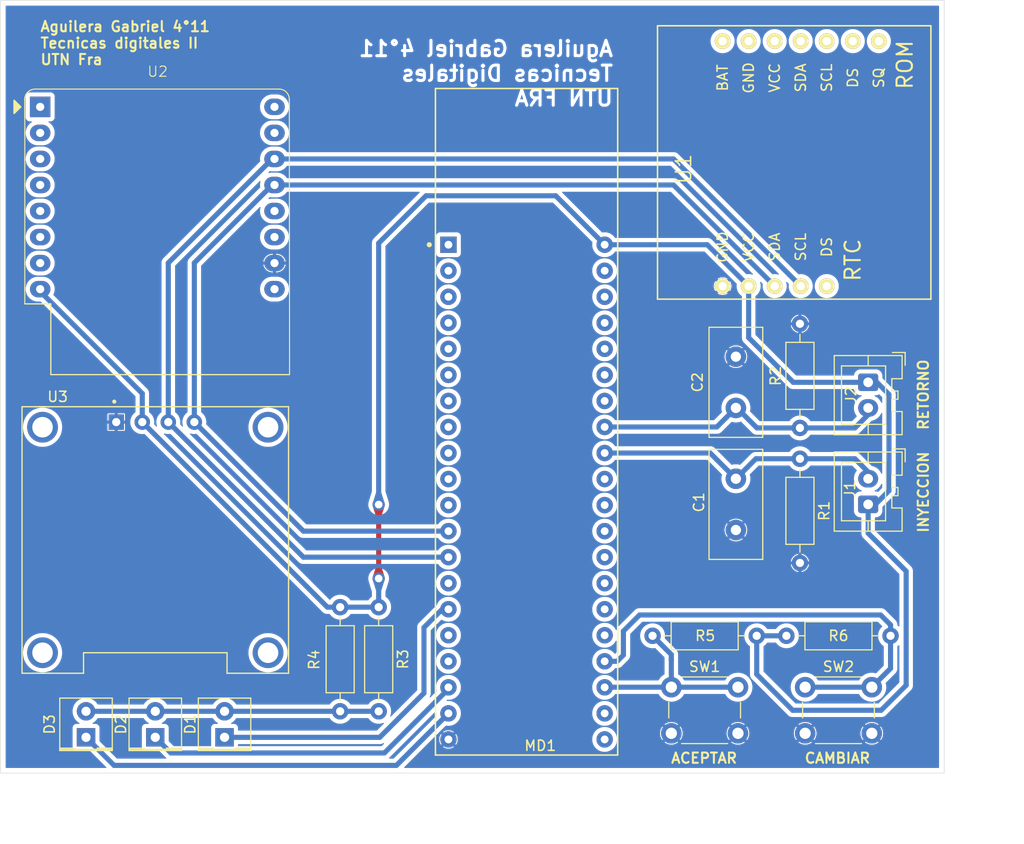
<source format=kicad_pcb>
(kicad_pcb (version 20240108) (generator "pcbnew") (generator_version "8.0")
  (title_block (title "Termohigrometro") (date "2024-12-30") (company "Tecnicas Digitales II - UTN - Fra") (comment 1 "Aguilera Gabriel"))
  (layers (0 "F.Cu" signal) (31 "B.Cu" signal) (34 "B.Paste" user) (35 "F.Paste" user) (36 "B.SilkS" user "B.Silkscreen") (37 "F.SilkS" user "F.Silkscreen") (38 "B.Mask" user) (39 "F.Mask" user) (44 "Edge.Cuts" user))
  (net 0 "")
  (net 1 "PIO0_07{slash}ADC{slash}POT")
  (net 2 "Earth")
  (net 3 "VDD")
  (net 4 "PIO0_06")
  (net 5 "Net-(D1-A)")
  (net 10 "PIO0_27")
  (net 15 "PIO0_26")
  (net 23 "PIO0_10")
  (net 30 "PIO0_11")
  (net 43 "PIO0_29")
  (net 45 "PIO0_08")
  (net 46 "PIO0_09")
  (footprint "Resistor_THT:R_Axial_DIN0207_L6.3mm_D2.5mm_P10.16mm_Horizontal" (layer "F.Cu") (at 186.5884 105.666 -90)
    (property "Reference" "R1" (at 5.08 -2.37 90) (layer "F.SilkS"))
    (property "Value" "10K")
    (fp_line (start 1.81 1.37) (end 8.35 1.37) (stroke (width 0.12)) (layer "F.SilkS"))
    (fp_line (start 8.35 1.37) (end 8.35 -1.37) (stroke (width 0.12)) (layer "F.SilkS"))
    (fp_line (start 1.04 0) (end 1.81 0) (stroke (width 0.12)) (layer "F.SilkS"))
    (fp_line (start 9.12 0) (end 8.35 0) (stroke (width 0.12)) (layer "F.SilkS"))
    (fp_line (start 1.81 -1.37) (end 1.81 1.37) (stroke (width 0.12)) (layer "F.SilkS"))
    (fp_line (start 8.35 -1.37) (end 1.81 -1.37) (stroke (width 0.12)) (layer "F.SilkS"))
    (pad "1" thru_hole circle (at 0 0 270) (size 1.6 1.6) (drill 0.8) (layers "*.Cu" "*.Mask") (net 1 "PIO0_07{slash}ADC{slash}POT"))
    (pad "2" thru_hole oval (at 10.16 0 270) (size 1.6 1.6) (drill 0.8) (layers "*.Cu" "*.Mask") (net 2 "Earth"))
  )
  (footprint "Resistor_THT:R_Axial_DIN0207_L6.3mm_D2.5mm_P10.16mm_Horizontal" (layer "F.Cu") (at 186.5884 102.6572 90)
    (property "Reference" "R2" (at 5.08 -2.37 90) (layer "F.SilkS"))
    (property "Value" "10K")
    (fp_line (start 8.35 -1.37) (end 1.81 -1.37) (stroke (width 0.12)) (layer "F.SilkS"))
    (fp_line (start 1.81 -1.37) (end 1.81 1.37) (stroke (width 0.12)) (layer "F.SilkS"))
    (fp_line (start 9.12 0) (end 8.35 0) (stroke (width 0.12)) (layer "F.SilkS"))
    (fp_line (start 1.04 0) (end 1.81 0) (stroke (width 0.12)) (layer "F.SilkS"))
    (fp_line (start 8.35 1.37) (end 8.35 -1.37) (stroke (width 0.12)) (layer "F.SilkS"))
    (fp_line (start 1.81 1.37) (end 8.35 1.37) (stroke (width 0.12)) (layer "F.SilkS"))
    (pad "1" thru_hole circle (at 0 0 90) (size 1.6 1.6) (drill 0.8) (layers "*.Cu" "*.Mask") (net 4 "PIO0_06"))
    (pad "2" thru_hole oval (at 10.16 0 90) (size 1.6 1.6) (drill 0.8) (layers "*.Cu" "*.Mask") (net 2 "Earth"))
  )
  (footprint "Resistor_THT:R_Axial_DIN0207_L6.3mm_D2.5mm_P10.16mm_Horizontal" (layer "F.Cu") (at 145.4912 120.142 -90)
    (property "Reference" "R3" (at 5.08 -2.37 90) (layer "F.SilkS"))
    (property "Value" "220")
    (fp_line (start 1.81 1.37) (end 8.35 1.37) (stroke (width 0.12)) (layer "F.SilkS"))
    (fp_line (start 8.35 1.37) (end 8.35 -1.37) (stroke (width 0.12)) (layer "F.SilkS"))
    (fp_line (start 1.04 0) (end 1.81 0) (stroke (width 0.12)) (layer "F.SilkS"))
    (fp_line (start 9.12 0) (end 8.35 0) (stroke (width 0.12)) (layer "F.SilkS"))
    (fp_line (start 1.81 -1.37) (end 1.81 1.37) (stroke (width 0.12)) (layer "F.SilkS"))
    (fp_line (start 8.35 -1.37) (end 1.81 -1.37) (stroke (width 0.12)) (layer "F.SilkS"))
    (pad "1" thru_hole circle (at 0 0 270) (size 1.6 1.6) (drill 0.8) (layers "*.Cu" "*.Mask") (net 3 "VDD"))
    (pad "2" thru_hole oval (at 10.16 0 270) (size 1.6 1.6) (drill 0.8) (layers "*.Cu" "*.Mask") (net 5 "Net-(D1-A)"))
  )
  (footprint "Button_Switch_THT:SW_PUSH_6mm" (layer "F.Cu") (at 187.0976 127.9504)
    (property "Reference" "SW2" (at 3.25 -2 0) (layer "F.SilkS"))
    (property "Value" "SW_Omron_B3FS")
    (fp_line (start -0.25 1.5) (end -0.25 3) (stroke (width 0.12)) (layer "F.SilkS"))
    (fp_line (start 1 5.5) (end 5.5 5.5) (stroke (width 0.12)) (layer "F.SilkS"))
    (fp_line (start 5.5 -1) (end 1 -1) (stroke (width 0.12)) (layer "F.SilkS"))
    (fp_line (start 6.75 3) (end 6.75 1.5) (stroke (width 0.12)) (layer "F.SilkS"))
    (pad "1" thru_hole circle (at 0 0 90) (size 2 2) (drill 1.1) (layers "*.Cu" "*.Mask") (net 30 "PIO0_11"))
    (pad "1" thru_hole circle (at 6.5 0 90) (size 2 2) (drill 1.1) (layers "*.Cu" "*.Mask") (net 30 "PIO0_11"))
    (pad "2" thru_hole circle (at 0 4.5 90) (size 2 2) (drill 1.1) (layers "*.Cu" "*.Mask") (net 2 "Earth"))
    (pad "2" thru_hole circle (at 6.5 4.5 90) (size 2 2) (drill 1.1) (layers "*.Cu" "*.Mask") (net 2 "Earth"))
  )
  (footprint "CrumpPrints:Tiny_RTC_DS1307" (layer "F.Cu") (at 184.1246 77.3938 -90)
    (property "Reference" "U1" (at 0 8.89 90) (layer "F.SilkS") (effects (font (size 1.5 1.5))))
    (property "Value" "Tiny_RTC_DS1307" (hide yes))
    (fp_line (start -13.97 11.43) (end -13.97 -15.24) (stroke (width 0.15)) (layer "F.SilkS"))
    (fp_line (start 12.7 11.43) (end -13.97 11.43) (stroke (width 0.15)) (layer "F.SilkS"))
    (fp_line (start -13.97 -15.24) (end 12.7 -15.24) (stroke (width 0.15)) (layer "F.SilkS"))
    (fp_line (start 12.7 -15.24) (end 12.7 11.43) (stroke (width 0.15)) (layer "F.SilkS"))
    (fp_text user "GND" (at 7.62 5.08 90) (layer "F.SilkS"))
    (fp_text user "SCL" (at -8.89 -5.08 90) (layer "F.SilkS"))
    (fp_text user "DS" (at -8.89 -7.62 90) (layer "F.SilkS"))
    (fp_text user "VCC" (at 7.62 2.54 90) (layer "F.SilkS"))
    (fp_text user "BAT" (at -8.89 5.08 90) (layer "F.SilkS"))
    (fp_text user "ROM" (at -10.16 -12.7 90) (layer "F.SilkS") (effects (font (size 1.5 1.5) (thickness 0.2))))
    (fp_text user "GND" (at -8.89 2.54 90) (layer "F.SilkS"))
    (fp_text user "DS" (at 7.62 -5.08 90) (layer "F.SilkS"))
    (fp_text user "SQ" (at -8.89 -10.16 90) (layer "F.SilkS"))
    (fp_text user "VCC" (at -8.89 0 90) (layer "F.SilkS"))
    (fp_text user "SDA" (at 7.62 0 90) (layer "F.SilkS"))
    (fp_text user "SCL" (at 7.62 -2.54 90) (layer "F.SilkS"))
    (fp_text user "SDA" (at -8.89 -2.54 90) (layer "F.SilkS"))
    (fp_text user "RTC" (at 8.89 -7.62 90) (layer "F.SilkS") (effects (font (size 1.5 1.5) (thickness 0.2))))
    (pad "1" thru_hole circle (at -12.47 5.08 270) (size 1.524 1.524) (drill 0.8) (layers "*.Cu" "*.Mask" "F.SilkS"))
    (pad "2" thru_hole circle (at -12.47 2.54 270) (size 1.524 1.524) (drill 0.8) (layers "*.Cu" "*.Mask" "F.SilkS"))
    (pad "3" thru_hole circle (at -12.47 0 270) (size 1.524 1.524) (drill 0.8) (layers "*.Cu" "*.Mask" "F.SilkS"))
    (pad "4" thru_hole circle (at -12.47 -2.54 270) (size 1.524 1.524) (drill 0.8) (layers "*.Cu" "*.Mask" "F.SilkS"))
    (pad "5" thru_hole circle (at -12.47 -5.08 270) (size 1.524 1.524) (drill 0.8) (layers "*.Cu" "*.Mask" "F.SilkS"))
    (pad "6" thru_hole circle (at -12.47 -7.62 270) (size 1.524 1.524) (drill 0.8) (layers "*.Cu" "*.Mask" "F.SilkS"))
    (pad "7" thru_hole circle (at -12.47 -10.16 270) (size 1.524 1.524) (drill 0.8) (layers "*.Cu" "*.Mask" "F.SilkS"))
    (pad "8" thru_hole circle (at 11.43 5.08 270) (size 1.524 1.524) (drill 0.8) (layers "*.Cu" "*.Mask" "F.SilkS") (net 2 "Earth"))
    (pad "9" thru_hole circle (at 11.43 2.54 270) (size 1.524 1.524) (drill 0.8) (layers "*.Cu" "*.Mask" "F.SilkS") (net 3 "VDD"))
    (pad "10" thru_hole circle (at 11.43 0 270) (size 1.524 1.524) (drill 0.8) (layers "*.Cu" "*.Mask" "F.SilkS") (net 15 "PIO0_26"))
    (pad "11" thru_hole circle (at 11.43 -2.54 270) (size 1.524 1.524) (drill 0.8) (layers "*.Cu" "*.Mask" "F.SilkS") (net 10 "PIO0_27"))
    (pad "12" thru_hole circle (at 11.43 -5.08 270) (size 1.524 1.524) (drill 0.8) (layers "*.Cu" "*.Mask" "F.SilkS"))
  )
  (footprint "Capacitor_THT:C_Disc_D10.5mm_W5.0mm_P5.00mm" (layer "F.Cu") (at 180.34 100.7072 90)
    (property "Reference" "C2" (at 2.5 -3.75 90) (layer "F.SilkS"))
    (property "Value" "10 uF")
    (fp_line (start 7.87 -2.62) (end 7.87 2.62) (stroke (width 0.12)) (layer "F.SilkS"))
    (fp_line (start -2.87 -2.62) (end 7.87 -2.62) (stroke (width 0.12)) (layer "F.SilkS"))
    (fp_line (start -2.87 -2.62) (end -2.87 2.62) (stroke (width 0.12)) (layer "F.SilkS"))
    (fp_line (start -2.87 2.62) (end 7.87 2.62) (stroke (width 0.12)) (layer "F.SilkS"))
    (pad "1" thru_hole circle (at 0 0 90) (size 2 2) (drill 1) (layers "*.Cu" "*.Mask") (net 4 "PIO0_06"))
    (pad "2" thru_hole circle (at 5 0 90) (size 2 2) (drill 1) (layers "*.Cu" "*.Mask") (net 2 "Earth"))
  )
  (footprint "Connector_JST:JST_XA_B02B-XASK-1_1x02_P2.50mm_Vertical" (layer "F.Cu") (at 193.2432 98.2072 -90)
    (property "Reference" "J2" (at 1.2592 1.6764 90) (layer "F.SilkS"))
    (property "Value" "Conn_01x02_Pin")
    (fp_line (start -2.61 3.31) (end 5.11 3.31) (stroke (width 0.12)) (layer "F.SilkS"))
    (fp_line (start 5.11 3.31) (end 5.11 -3.31) (stroke (width 0.12)) (layer "F.SilkS"))
    (fp_line (start -1.6 2.6) (end 4.1 2.6) (stroke (width 0.12)) (layer "F.SilkS"))
    (fp_line (start 4.1 2.6) (end 4.1 -1.7) (stroke (width 0.12)) (layer "F.SilkS"))
    (fp_line (start -2.61 0) (end -1.6 0) (stroke (width 0.12)) (layer "F.SilkS"))
    (fp_line (start 5.11 0) (end 4.1 0) (stroke (width 0.12)) (layer "F.SilkS"))
    (fp_line (start -1.6 -1.7) (end -1.6 2.6) (stroke (width 0.12)) (layer "F.SilkS"))
    (fp_line (start 4.1 -1.7) (end -1.6 -1.7) (stroke (width 0.12)) (layer "F.SilkS"))
    (fp_line (start -0.35 -2.31) (end -0.35 -3.31) (stroke (width 0.12)) (layer "F.SilkS"))
    (fp_line (start 0.85 -2.31) (end -0.35 -2.31) (stroke (width 0.12)) (layer "F.SilkS"))
    (fp_line (start 1.65 -2.31) (end 1.65 -2.91) (stroke (width 0.12)) (layer "F.SilkS"))
    (fp_line (start 2.85 -2.31) (end 1.65 -2.31) (stroke (width 0.12)) (layer "F.SilkS"))
    (fp_line (start 0.85 -2.91) (end 0.85 -2.31) (stroke (width 0.12)) (layer "F.SilkS"))
    (fp_line (start 1.65 -2.91) (end 0.85 -2.91) (stroke (width 0.12)) (layer "F.SilkS"))
    (fp_line (start -2.61 -3.31) (end -2.61 3.31) (stroke (width 0.12)) (layer "F.SilkS"))
    (fp_line (start -0.35 -3.31) (end -2.61 -3.31) (stroke (width 0.12)) (layer "F.SilkS"))
    (fp_line (start 2.85 -3.31) (end 2.85 -2.31) (stroke (width 0.12)) (layer "F.SilkS"))
    (fp_line (start 5.11 -3.31) (end 2.85 -3.31) (stroke (width 0.12)) (layer "F.SilkS"))
    (fp_line (start -2.91 -3.61) (end -2.91 -2.36) (stroke (width 0.12)) (layer "F.SilkS"))
    (fp_line (start -1.66 -3.61) (end -2.91 -3.61) (stroke (width 0.12)) (layer "F.SilkS"))
    (pad "1" thru_hole roundrect (at 0 0 270) (size 1.7 1.95) (drill 0.95) (layers "*.Cu" "*.Mask") (roundrect_rratio 0.147059) (net 3 "VDD"))
    (pad "2" thru_hole oval (at 2.5 0 270) (size 1.7 1.95) (drill 0.95) (layers "*.Cu" "*.Mask") (net 4 "PIO0_06"))
  )
  (footprint "Resistor_THT:R_Axial_DIN0207_L6.3mm_D2.5mm_P10.16mm_Horizontal" (layer "F.Cu") (at 141.732 120.142 -90)
    (property "Reference" "R4" (at 5.1308 2.54 90) (layer "F.SilkS"))
    (property "Value" "220")
    (fp_line (start 1.81 1.37) (end 8.35 1.37) (stroke (width 0.12)) (layer "F.SilkS"))
    (fp_line (start 8.35 1.37) (end 8.35 -1.37) (stroke (width 0.12)) (layer "F.SilkS"))
    (fp_line (start 1.04 0) (end 1.81 0) (stroke (width 0.12)) (layer "F.SilkS"))
    (fp_line (start 9.12 0) (end 8.35 0) (stroke (width 0.12)) (layer "F.SilkS"))
    (fp_line (start 1.81 -1.37) (end 1.81 1.37) (stroke (width 0.12)) (layer "F.SilkS"))
    (fp_line (start 8.35 -1.37) (end 1.81 -1.37) (stroke (width 0.12)) (layer "F.SilkS"))
    (pad "1" thru_hole circle (at 0 0 270) (size 1.6 1.6) (drill 0.8) (layers "*.Cu" "*.Mask") (net 3 "VDD"))
    (pad "2" thru_hole oval (at 10.16 0 270) (size 1.6 1.6) (drill 0.8) (layers "*.Cu" "*.Mask") (net 5 "Net-(D1-A)"))
  )
  (footprint "Connector_JST:JST_XA_B02B-XASK-1_1x02_P2.50mm_Vertical" (layer "F.Cu") (at 193.2432 107.616 -90)
    (property "Reference" "J1" (at 1.0452 1.778 90) (layer "F.SilkS"))
    (property "Value" "Conn_01x02_Pin")
    (fp_line (start -2.61 3.31) (end 5.11 3.31) (stroke (width 0.12)) (layer "F.SilkS"))
    (fp_line (start 5.11 3.31) (end 5.11 -3.31) (stroke (width 0.12)) (layer "F.SilkS"))
    (fp_line (start -1.6 2.6) (end 4.1 2.6) (stroke (width 0.12)) (layer "F.SilkS"))
    (fp_line (start 4.1 2.6) (end 4.1 -1.7) (stroke (width 0.12)) (layer "F.SilkS"))
    (fp_line (start -2.61 0) (end -1.6 0) (stroke (width 0.12)) (layer "F.SilkS"))
    (fp_line (start 5.11 0) (end 4.1 0) (stroke (width 0.12)) (layer "F.SilkS"))
    (fp_line (start -1.6 -1.7) (end -1.6 2.6) (stroke (width 0.12)) (layer "F.SilkS"))
    (fp_line (start 4.1 -1.7) (end -1.6 -1.7) (stroke (width 0.12)) (layer "F.SilkS"))
    (fp_line (start -0.35 -2.31) (end -0.35 -3.31) (stroke (width 0.12)) (layer "F.SilkS"))
    (fp_line (start 0.85 -2.31) (end -0.35 -2.31) (stroke (width 0.12)) (layer "F.SilkS"))
    (fp_line (start 1.65 -2.31) (end 1.65 -2.91) (stroke (width 0.12)) (layer "F.SilkS"))
    (fp_line (start 2.85 -2.31) (end 1.65 -2.31) (stroke (width 0.12)) (layer "F.SilkS"))
    (fp_line (start 0.85 -2.91) (end 0.85 -2.31) (stroke (width 0.12)) (layer "F.SilkS"))
    (fp_line (start 1.65 -2.91) (end 0.85 -2.91) (stroke (width 0.12)) (layer "F.SilkS"))
    (fp_line (start -2.61 -3.31) (end -2.61 3.31) (stroke (width 0.12)) (layer "F.SilkS"))
    (fp_line (start -0.35 -3.31) (end -2.61 -3.31) (stroke (width 0.12)) (layer "F.SilkS"))
    (fp_line (start 2.85 -3.31) (end 2.85 -2.31) (stroke (width 0.12)) (layer "F.SilkS"))
    (fp_line (start 5.11 -3.31) (end 2.85 -3.31) (stroke (width 0.12)) (layer "F.SilkS"))
    (fp_line (start -2.91 -3.61) (end -2.91 -2.36) (stroke (width 0.12)) (layer "F.SilkS"))
    (fp_line (start -1.66 -3.61) (end -2.91 -3.61) (stroke (width 0.12)) (layer "F.SilkS"))
    (pad "1" thru_hole roundrect (at 2.5 0 270) (size 1.7 1.95) (drill 0.95) (layers "*.Cu" "*.Mask") (roundrect_rratio 0.147059) (net 3 "VDD"))
    (pad "2" thru_hole oval (at 0 0 270) (size 1.7 1.95) (drill 0.95) (layers "*.Cu" "*.Mask") (net 1 "PIO0_07{slash}ADC{slash}POT"))
  )
  (footprint "LED_THT:LED_Rectangular_W5.0mm_H5.0mm" (layer "F.Cu") (at 130.4544 132.842 90)
    (property "Reference" "D1" (at 1.27 -3.3528 90) (layer "F.SilkS"))
    (property "Value" "LED")
    (fp_line (start 3.83 -2.56) (end 3.83 2.56) (stroke (width 0.12)) (layer "F.SilkS"))
    (fp_line (start -1.051 -2.56) (end -1.051 -1.08) (stroke (width 0.12)) (layer "F.SilkS"))
    (fp_line (start -1.17 -2.56) (end -1.17 2.56) (stroke (width 0.12)) (layer "F.SilkS"))
    (fp_line (start -1.29 -2.56) (end 3.83 -2.56) (stroke (width 0.12)) (layer "F.SilkS"))
    (fp_line (start -1.29 -2.56) (end -1.29 2.56) (stroke (width 0.12)) (layer "F.SilkS"))
    (fp_line (start -1.051 1.08) (end -1.051 2.56) (stroke (width 0.12)) (layer "F.SilkS"))
    (fp_line (start -1.29 2.56) (end 3.83 2.56) (stroke (width 0.12)) (layer "F.SilkS"))
    (pad "1" thru_hole rect (at 0 0 90) (size 1.8 1.8) (drill 0.9) (layers "*.Cu" "*.Mask") (net 43 "PIO0_29"))
    (pad "2" thru_hole circle (at 2.54 0 90) (size 1.8 1.8) (drill 0.9) (layers "*.Cu" "*.Mask") (net 5 "Net-(D1-A)"))
  )
  (footprint "Capacitor_THT:C_Disc_D10.5mm_W5.0mm_P5.00mm" (layer "F.Cu") (at 180.34 107.616 -90)
    (property "Reference" "C1" (at 2.2968 3.6068 90) (layer "F.SilkS"))
    (property "Value" "10 uF")
    (fp_line (start -2.87 2.62) (end 7.87 2.62) (stroke (width 0.12)) (layer "F.SilkS"))
    (fp_line (start -2.87 -2.62) (end -2.87 2.62) (stroke (width 0.12)) (layer "F.SilkS"))
    (fp_line (start -2.87 -2.62) (end 7.87 -2.62) (stroke (width 0.12)) (layer "F.SilkS"))
    (fp_line (start 7.87 -2.62) (end 7.87 2.62) (stroke (width 0.12)) (layer "F.SilkS"))
    (pad "1" thru_hole circle (at 0 0 270) (size 2 2) (drill 1) (layers "*.Cu" "*.Mask") (net 1 "PIO0_07{slash}ADC{slash}POT"))
    (pad "2" thru_hole circle (at 5 0 270) (size 2 2) (drill 1) (layers "*.Cu" "*.Mask") (net 2 "Earth"))
  )
  (footprint "Resistor_THT:R_Axial_DIN0207_L6.3mm_D2.5mm_P10.16mm_Horizontal" (layer "F.Cu") (at 182.372 122.936 180)
    (property "Reference" "R5" (at 5.0292 0 0) (layer "F.SilkS"))
    (property "Value" "10k")
    (fp_line (start 9.12 0) (end 8.35 0) (stroke (width 0.12)) (layer "F.SilkS"))
    (fp_line (start 8.35 1.37) (end 8.35 -1.37) (stroke (width 0.12)) (layer "F.SilkS"))
    (fp_line (start 8.35 -1.37) (end 1.81 -1.37) (stroke (width 0.12)) (layer "F.SilkS"))
    (fp_line (start 1.81 1.37) (end 8.35 1.37) (stroke (width 0.12)) (layer "F.SilkS"))
    (fp_line (start 1.81 -1.37) (end 1.81 1.37) (stroke (width 0.12)) (layer "F.SilkS"))
    (fp_line (start 1.04 0) (end 1.81 0) (stroke (width 0.12)) (layer "F.SilkS"))
    (pad "1" thru_hole circle (at 0 0 180) (size 1.6 1.6) (drill 0.8) (layers "*.Cu" "*.Mask") (net 3 "VDD"))
    (pad "2" thru_hole oval (at 10.16 0 180) (size 1.6 1.6) (drill 0.8) (layers "*.Cu" "*.Mask") (net 23 "PIO0_10"))
  )
  (footprint "Pantalla_OLED:MODULE_DM-OLED096-636" (layer "F.Cu") (at 123.698 113.5888)
    (property "Reference" "U3" (at -9.525 -13.97 0) (layer "F.SilkS"))
    (property "Value" "DM-OLED096-636")
    (fp_line (start -13 -13) (end 13 -13) (stroke (width 0.127)) (layer "F.SilkS"))
    (fp_line (start -13 13) (end -13 -13) (stroke (width 0.127)) (layer "F.SilkS"))
    (fp_line (start -7 11) (end -7 13) (stroke (width 0.127)) (layer "F.SilkS"))
    (fp_line (start -7 13) (end -13 13) (stroke (width 0.127)) (layer "F.SilkS"))
    (fp_line (start 7 11) (end -7 11) (stroke (width 0.127)) (layer "F.SilkS"))
    (fp_line (start 7 13) (end 7 11) (stroke (width 0.127)) (layer "F.SilkS"))
    (fp_line (start 13 -13) (end 13 13) (stroke (width 0.127)) (layer "F.SilkS"))
    (fp_line (start 13 13) (end 7 13) (stroke (width 0.127)) (layer "F.SilkS"))
    (fp_circle (center -4 -13.5) (end -3.9 -13.5) (stroke (width 0.2)) (fill none) (layer "F.SilkS"))
    (pad "1" thru_hole rect (at -3.81 -11.5) (size 1.508 1.508) (drill 0.8) (layers "*.Cu" "*.Mask") (net 2 "Earth"))
    (pad "2" thru_hole circle (at -1.27 -11.5) (size 1.508 1.508) (drill 0.8) (layers "*.Cu" "*.Mask") (net 3 "VDD"))
    (pad "3" thru_hole circle (at 1.27 -11.5) (size 1.508 1.508) (drill 0.8) (layers "*.Cu" "*.Mask") (net 10 "PIO0_27"))
    (pad "4" thru_hole circle (at 3.81 -11.5) (size 1.508 1.508) (drill 0.8) (layers "*.Cu" "*.Mask") (net 15 "PIO0_26"))
    (pad "S1" thru_hole circle (at -11 -11) (size 3 3) (drill 2) (layers "*.Cu" "*.Mask"))
    (pad "S2" thru_hole circle (at 11 -11) (size 3 3) (drill 2) (layers "*.Cu" "*.Mask"))
    (pad "S3" thru_hole circle (at 11 11) (size 3 3) (drill 2) (layers "*.Cu" "*.Mask"))
    (pad "S4" thru_hole circle (at -11 11) (size 3 3) (drill 2) (layers "*.Cu" "*.Mask"))
  )
  (footprint "Resistor_THT:R_Axial_DIN0207_L6.3mm_D2.5mm_P10.16mm_Horizontal" (layer "F.Cu") (at 185.2676 122.936)
    (property "Reference" "R6" (at 5.08 0 0) (layer "F.SilkS"))
    (property "Value" "10k")
    (fp_line (start 1.04 0) (end 1.81 0) (stroke (width 0.12)) (layer "F.SilkS"))
    (fp_line (start 1.81 -1.37) (end 1.81 1.37) (stroke (width 0.12)) (layer "F.SilkS"))
    (fp_line (start 1.81 1.37) (end 8.35 1.37) (stroke (width 0.12)) (layer "F.SilkS"))
    (fp_line (start 8.35 -1.37) (end 1.81 -1.37) (stroke (width 0.12)) (layer "F.SilkS"))
    (fp_line (start 8.35 1.37) (end 8.35 -1.37) (stroke (width 0.12)) (layer "F.SilkS"))
    (fp_line (start 9.12 0) (end 8.35 0) (stroke (width 0.12)) (layer "F.SilkS"))
    (pad "1" thru_hole circle (at 0 0) (size 1.6 1.6) (drill 0.8) (layers "*.Cu" "*.Mask") (net 3 "VDD"))
    (pad "2" thru_hole oval (at 10.16 0) (size 1.6 1.6) (drill 0.8) (layers "*.Cu" "*.Mask") (net 30 "PIO0_11"))
  )
  (footprint "Button_Switch_THT:SW_PUSH_6mm" (layer "F.Cu") (at 174.042 127.9504)
    (property "Reference" "SW1" (at 3.25 -2 0) (layer "F.SilkS"))
    (property "Value" "SW_Omron_B3FS")
    (fp_line (start -0.25 1.5) (end -0.25 3) (stroke (width 0.12)) (layer "F.SilkS"))
    (fp_line (start 1 5.5) (end 5.5 5.5) (stroke (width 0.12)) (layer "F.SilkS"))
    (fp_line (start 5.5 -1) (end 1 -1) (stroke (width 0.12)) (layer "F.SilkS"))
    (fp_line (start 6.75 3) (end 6.75 1.5) (stroke (width 0.12)) (layer "F.SilkS"))
    (pad "1" thru_hole circle (at 0 0 90) (size 2 2) (drill 1.1) (layers "*.Cu" "*.Mask") (net 23 "PIO0_10"))
    (pad "1" thru_hole circle (at 6.5 0 90) (size 2 2) (drill 1.1) (layers "*.Cu" "*.Mask") (net 23 "PIO0_10"))
    (pad "2" thru_hole circle (at 0 4.5 90) (size 2 2) (drill 1.1) (layers "*.Cu" "*.Mask") (net 2 "Earth"))
    (pad "2" thru_hole circle (at 6.5 4.5 90) (size 2 2) (drill 1.1) (layers "*.Cu" "*.Mask") (net 2 "Earth"))
  )
  (footprint "LED_THT:LED_Rectangular_W5.0mm_H5.0mm" (layer "F.Cu") (at 123.698 132.842 90)
    (property "Reference" "D2" (at 1.27 -3.3528 90) (layer "F.SilkS"))
    (property "Value" "LED")
    (fp_line (start 3.83 -2.56) (end 3.83 2.56) (stroke (width 0.12)) (layer "F.SilkS"))
    (fp_line (start -1.051 -2.56) (end -1.051 -1.08) (stroke (width 0.12)) (layer "F.SilkS"))
    (fp_line (start -1.17 -2.56) (end -1.17 2.56) (stroke (width 0.12)) (layer "F.SilkS"))
    (fp_line (start -1.29 -2.56) (end 3.83 -2.56) (stroke (width 0.12)) (layer "F.SilkS"))
    (fp_line (start -1.29 -2.56) (end -1.29 2.56) (stroke (width 0.12)) (layer "F.SilkS"))
    (fp_line (start -1.051 1.08) (end -1.051 2.56) (stroke (width 0.12)) (layer "F.SilkS"))
    (fp_line (start -1.29 2.56) (end 3.83 2.56) (stroke (width 0.12)) (layer "F.SilkS"))
    (pad "1" thru_hole rect (at 0 0 90) (size 1.8 1.8) (drill 0.9) (layers "*.Cu" "*.Mask") (net 46 "PIO0_09"))
    (pad "2" thru_hole circle (at 2.54 0 90) (size 1.8 1.8) (drill 0.9) (layers "*.Cu" "*.Mask") (net 5 "Net-(D1-A)"))
  )
  (footprint "wemos_d1_mini:SHT30 Shield" (layer "F.Cu") (at 123.928 65.1067)
    (property "Reference" "U2" (at 0 2.7875 0) (layer "F.SilkS") (effects (font (thickness 0.1))))
    (property "Value" "SHT30 Shield")
    (fp_line (start -12.96 25.45) (end -12.96 5.495) (stroke (width 0.1)) (layer "F.SilkS"))
    (fp_line (start -12.96 25.45) (end -10.42 25.45) (stroke (width 0.12)) (layer "F.SilkS"))
    (fp_line (start -11.96 4.495) (end 11.845 4.495) (stroke (width 0.1)) (layer "F.SilkS"))
    (fp_line (start -10.42 25.45) (end -10.42 32.35) (stroke (width 0.12)) (layer "F.SilkS"))
    (fp_line (start -10.42 32.35) (end 12.845 32.35) (stroke (width 0.12)) (layer "F.SilkS"))
    (fp_line (start 12.845 5.495) (end 12.87 32.345) (stroke (width 0.1)) (layer "F.SilkS"))
    (fp_arc (start -12.96 5.495) (mid -12.667107 4.787893) (end -11.96 4.495) (stroke (width 0.1)) (layer "F.SilkS"))
    (fp_arc (start 11.845 4.495) (mid 12.552107 4.787893) (end 12.845 5.495) (stroke (width 0.1)) (layer "F.SilkS"))
    (fp_poly (pts (xy -14 5.595) (xy -14 6.865) (xy -13.365 6.23)) (stroke (width 0.15)) (fill solid) (layer "F.SilkS"))
    (pad "1" thru_hole rect (at -11.46 6.23) (size 2 2) (drill 0.8) (layers "*.Cu" "*.Mask"))
    (pad "2" thru_hole oval (at -11.46 8.77) (size 2 1.6) (drill 0.8) (layers "*.Cu" "*.Mask"))
    (pad "3" thru_hole oval (at -11.46 11.31) (size 2 1.6) (drill 0.8) (layers "*.Cu" "*.Mask"))
    (pad "4" thru_hole oval (at -11.46 13.85) (size 2 1.6) (drill 0.8) (layers "*.Cu" "*.Mask"))
    (pad "5" thru_hole oval (at -11.46 16.39) (size 2 1.6) (drill 0.8) (layers "*.Cu" "*.Mask"))
    (pad "6" thru_hole oval (at -11.46 18.93) (size 2 1.6) (drill 0.8) (layers "*.Cu" "*.Mask"))
    (pad "7" thru_hole oval (at -11.46 21.47) (size 2 1.6) (drill 0.8) (layers "*.Cu" "*.Mask"))
    (pad "8" thru_hole oval (at -11.46 24.01) (size 2 1.6) (drill 0.8) (layers "*.Cu" "*.Mask") (net 3 "VDD"))
    (pad "9" thru_hole oval (at 11.4 24.01) (size 2 1.6) (drill 0.8) (layers "*.Cu" "*.Mask"))
    (pad "10" thru_hole oval (at 11.4 21.47) (size 2 1.6) (drill 0.8) (layers "*.Cu" "*.Mask") (net 2 "Earth"))
    (pad "11" thru_hole oval (at 11.4 18.93) (size 2 1.6) (drill 0.8) (layers "*.Cu" "*.Mask"))
    (pad "12" thru_hole oval (at 11.4 16.39) (size 2 1.6) (drill 0.8) (layers "*.Cu" "*.Mask"))
    (pad "13" thru_hole oval (at 11.4 13.85) (size 2 1.6) (drill 0.8) (layers "*.Cu" "*.Mask") (net 15 "PIO0_26"))
    (pad "14" thru_hole oval (at 11.4 11.31) (size 2 1.6) (drill 0.8) (layers "*.Cu" "*.Mask") (net 10 "PIO0_27"))
    (pad "15" thru_hole oval (at 11.4 8.77) (size 2 1.6) (drill 0.8) (layers "*.Cu" "*.Mask"))
    (pad "16" thru_hole oval (at 11.4 6.23) (size 2 1.6) (drill 0.8) (layers "*.Cu" "*.Mask"))
  )
  (footprint "LED_THT:LED_Rectangular_W5.0mm_H5.0mm" (layer "F.Cu") (at 116.9416 132.842 90)
    (property "Reference" "D3" (at 1.27 -3.56 90) (layer "F.SilkS"))
    (property "Value" "LED")
    (fp_line (start 3.83 -2.56) (end 3.83 2.56) (stroke (width 0.12)) (layer "F.SilkS"))
    (fp_line (start -1.051 -2.56) (end -1.051 -1.08) (stroke (width 0.12)) (layer "F.SilkS"))
    (fp_line (start -1.17 -2.56) (end -1.17 2.56) (stroke (width 0.12)) (layer "F.SilkS"))
    (fp_line (start -1.29 -2.56) (end 3.83 -2.56) (stroke (width 0.12)) (layer "F.SilkS"))
    (fp_line (start -1.29 -2.56) (end -1.29 2.56) (stroke (width 0.12)) (layer "F.SilkS"))
    (fp_line (start -1.051 1.08) (end -1.051 2.56) (stroke (width 0.12)) (layer "F.SilkS"))
    (fp_line (start -1.29 2.56) (end 3.83 2.56) (stroke (width 0.12)) (layer "F.SilkS"))
    (pad "1" thru_hole rect (at 0 0 90) (size 1.8 1.8) (drill 0.9) (layers "*.Cu" "*.Mask") (net 45 "PIO0_08"))
    (pad "2" thru_hole circle (at 2.54 0 90) (size 1.8 1.8) (drill 0.9) (layers "*.Cu" "*.Mask") (net 5 "Net-(D1-A)"))
  )
  (footprint "eec:NXP_Semiconductors-LPC845-BRK-MFG" (layer "F.Cu") (at 159.9184 101.9302)
    (property "Reference" "MD1" (at -0.3048 31.7246 180) (layer "F.SilkS") (effects (justify left)))
    (property "Value" "LPC845-BRK")
    (fp_line (start -8.89 -32.385) (end 8.89 -32.385) (stroke (width 0.15)) (layer "F.SilkS"))
    (fp_line (start -8.89 32.639) (end -8.89 -32.385) (stroke (width 0.15)) (layer "F.SilkS"))
    (fp_line (start -8.89 32.639) (end 8.89 32.639) (stroke (width 0.15)) (layer "F.SilkS"))
    (fp_line (start 8.89 32.639) (end 8.89 -32.385) (stroke (width 0.15)) (layer "F.SilkS"))
    (fp_circle (center -9.49 -17.145) (end -9.365 -17.145) (stroke (width 0.25)) (fill none) (layer "F.SilkS"))
    (pad "1" thru_hole rect (at -7.62 -17.145) (size 1.6 1.6) (drill 0.762) (layers "*.Cu"))
    (pad "2" thru_hole circle (at -7.62 -14.605) (size 1.6 1.6) (drill 0.762) (layers "*.Cu"))
    (pad "3" thru_hole circle (at -7.62 -12.065) (size 1.6 1.6) (drill 0.762) (layers "*.Cu"))
    (pad "4" thru_hole circle (at -7.62 -9.525) (size 1.6 1.6) (drill 0.762) (layers "*.Cu"))
    (pad "5" thru_hole circle (at -7.62 -6.985) (size 1.6 1.6) (drill 0.762) (layers "*.Cu"))
    (pad "6" thru_hole circle (at -7.62 -4.445) (size 1.6 1.6) (drill 0.762) (layers "*.Cu"))
    (pad "7" thru_hole circle (at -7.62 -1.905) (size 1.6 1.6) (drill 0.762) (layers "*.Cu"))
    (pad "8" thru_hole circle (at -7.62 0.635) (size 1.6 1.6) (drill 0.762) (layers "*.Cu"))
    (pad "9" thru_hole circle (at -7.62 3.175) (size 1.6 1.6) (drill 0.762) (layers "*.Cu"))
    (pad "10" thru_hole circle (at -7.62 5.715) (size 1.6 1.6) (drill 0.762) (layers "*.Cu"))
    (pad "11" thru_hole circle (at -7.62 8.255) (size 1.6 1.6) (drill 0.762) (layers "*.Cu"))
    (pad "12" thru_hole circle (at -7.62 10.795) (size 1.6 1.6) (drill 0.762) (layers "*.Cu") (net 15 "PIO0_26"))
    (pad "13" thru_hole circle (at -7.62 13.335) (size 1.6 1.6) (drill 0.762) (layers "*.Cu") (net 10 "PIO0_27"))
    (pad "14" thru_hole circle (at -7.62 15.875) (size 1.6 1.6) (drill 0.762) (layers "*.Cu"))
    (pad "15" thru_hole circle (at -7.62 18.415) (size 1.6 1.6) (drill 0.762) (layers "*.Cu") (net 43 "PIO0_29"))
    (pad "16" thru_hole circle (at -7.62 20.955) (size 1.6 1.6) (drill 0.762) (layers "*.Cu"))
    (pad "17" thru_hole circle (at -7.62 23.495) (size 1.6 1.6) (drill 0.762) (layers "*.Cu"))
    (pad "18" thru_hole circle (at -7.62 26.035) (size 1.6 1.6) (drill 0.762) (layers "*.Cu") (net 46 "PIO0_09"))
    (pad "19" thru_hole circle (at -7.62 28.575) (size 1.6 1.6) (drill 0.762) (layers "*.Cu") (net 45 "PIO0_08"))
    (pad "20" thru_hole circle (at -7.62 31.115) (size 1.6 1.6) (drill 0.762) (layers "*.Cu") (net 2 "Earth"))
    (pad "21" thru_hole circle (at 7.62 31.115) (size 1.6 1.6) (drill 0.762) (layers "*.Cu"))
    (pad "22" thru_hole circle (at 7.62 28.575) (size 1.6 1.6) (drill 0.762) (layers "*.Cu"))
    (pad "23" thru_hole circle (at 7.62 26.035) (size 1.6 1.6) (drill 0.762) (layers "*.Cu") (net 23 "PIO0_10"))
    (pad "24" thru_hole circle (at 7.62 23.495) (size 1.6 1.6) (drill 0.762) (layers "*.Cu") (net 30 "PIO0_11"))
    (pad "25" thru_hole circle (at 7.62 20.955) (size 1.6 1.6) (drill 0.762) (layers "*.Cu"))
    (pad "26" thru_hole circle (at 7.62 18.415) (size 1.6 1.6) (drill 0.762) (layers "*.Cu"))
    (pad "27" thru_hole circle (at 7.62 15.875) (size 1.6 1.6) (drill 0.762) (layers "*.Cu"))
    (pad "28" thru_hole circle (at 7.62 13.335) (size 1.6 1.6) (drill 0.762) (layers "*.Cu"))
    (pad "29" thru_hole circle (at 7.62 10.795) (size 1.6 1.6) (drill 0.762) (layers "*.Cu"))
    (pad "30" thru_hole circle (at 7.62 8.255) (size 1.6 1.6) (drill 0.762) (layers "*.Cu"))
    (pad "31" thru_hole circle (at 7.62 5.715) (size 1.6 1.6) (drill 0.762) (layers "*.Cu"))
    (pad "32" thru_hole circle (at 7.62 3.175) (size 1.6 1.6) (drill 0.762) (layers "*.Cu") (net 1 "PIO0_07{slash}ADC{slash}POT"))
    (pad "33" thru_hole circle (at 7.62 0.635) (size 1.6 1.6) (drill 0.762) (layers "*.Cu") (net 4 "PIO0_06"))
    (pad "34" thru_hole circle (at 7.62 -1.905) (size 1.6 1.6) (drill 0.762) (layers "*.Cu"))
    (pad "35" thru_hole circle (at 7.62 -4.445) (size 1.6 1.6) (drill 0.762) (layers "*.Cu"))
    (pad "36" thru_hole circle (at 7.62 -6.985) (size 1.6 1.6) (drill 0.762) (layers "*.Cu"))
    (pad "37" thru_hole circle (at 7.62 -9.525) (size 1.6 1.6) (drill 0.762) (layers "*.Cu"))
    (pad "38" thru_hole circle (at 7.62 -12.065) (size 1.6 1.6) (drill 0.762) (layers "*.Cu"))
    (pad "39" thru_hole circle (at 7.62 -14.605) (size 1.6 1.6) (drill 0.762) (layers "*.Cu"))
    (pad "40" thru_hole circle (at 7.62 -17.145) (size 1.6 1.6) (drill 0.762) (layers "*.Cu") (net 3 "VDD"))
  )
  (gr_rect (start 108.6 60.96) (end 200.66 136.3296) (stroke (width 0.05)) (fill none) (layer "Edge.Cuts"))
  (gr_text "Aguilera Gabriel 4°11\nTecnicas Digitales\nUTN FRA" (at 168.5036 71.374 0) (layer "B.Cu" knockout) (effects (font (size 1.5 1.5) (thickness 0.3) (bold yes)) (justify left bottom mirror)))
  (gr_text "RETORNO" (at 198.628 99.4156 90) (layer "F.SilkS") (effects (font (size 1 1) (thickness 0.2) (bold yes))))
  (gr_text "ACEPTAR" (at 177.2412 134.874 0) (layer "F.SilkS") (effects (font (size 1 1) (thickness 0.2) (bold yes))))
  (gr_text "Aguilera Gabriel 4°11\nTecnicas digitales II\nUTN Fra" (at 112.395 67.31 0) (layer "F.SilkS") (effects (font (size 1 1) (thickness 0.2) (bold yes)) (justify left bottom)))
  (gr_text "INYECCION" (at 198.628 108.9152 90) (layer "F.SilkS") (effects (font (size 1 1) (thickness 0.2) (bold yes))))
  (gr_text "CAMBIAR" (at 190.246 134.874 0) (layer "F.SilkS") (effects (font (size 1 1) (thickness 0.2) (bold yes))))
  (segment (start 191.9536 105.666) (end 193.2432 106.9556) (width 0.5) (layer "B.Cu") (net 1))
  (segment (start 180.34 107.616) (end 182.29 105.666) (width 0.5) (layer "B.Cu") (net 1))
  (segment (start 182.29 105.666) (end 186.5884 105.666) (width 0.5) (layer "B.Cu") (net 1))
  (segment (start 186.5884 105.666) (end 191.9536 105.666) (width 0.5) (layer "B.Cu") (net 1))
  (segment (start 177.8292 105.1052) (end 180.34 107.616) (width 0.5) (layer "B.Cu") (net 1))
  (segment (start 193.2432 106.9556) (end 193.2432 107.616) (width 0.5) (layer "B.Cu") (net 1))
  (segment (start 167.5384 105.1052) (end 177.8292 105.1052) (width 0.5) (layer "B.Cu") (net 1))
  (segment (start 145.4912 117.348) (end 145.4912 110.1344) (width 0.5) (layer "F.Cu") (net 3))
  (via (at 145.4912 117.348) (size 1.2) (drill 0.75) (layers "F.Cu" "B.Cu") (net 3))
  (via (at 145.4912 110.1344) (size 1.2) (drill 0.75) (layers "F.Cu" "B.Cu") (net 3))
  (segment (start 195.2752 108.7844) (end 193.9436 110.116) (width 0.5) (layer "B.Cu") (net 3))
  (segment (start 195.2752 99.3864) (end 195.2752 108.7844) (width 0.5) (layer "B.Cu") (net 3))
  (segment (start 140.4812 120.142) (end 141.732 120.142) (width 0.5) (layer "B.Cu") (net 3))
  (segment (start 193.2432 112.9284) (end 193.2432 110.116) (width 0.5) (layer "B.Cu") (net 3))
  (segment (start 185.9388 98.2072) (end 181.5846 93.853) (width 0.5) (layer "B.Cu") (net 3))
  (segment (start 122.428 102.0888) (end 140.4812 120.142) (width 0.5) (layer "B.Cu") (net 3))
  (segment (start 193.9436 110.116) (end 193.2432 110.116) (width 0.5) (layer "B.Cu") (net 3))
  (segment (start 193.2432 98.2072) (end 194.096 98.2072) (width 0.5) (layer "B.Cu") (net 3))
  (segment (start 112.468 89.1167) (end 112.468 89.3397) (width 0.5) (layer "B.Cu") (net 3))
  (segment (start 145.4912 120.142) (end 145.4912 117.348) (width 0.5) (layer "B.Cu") (net 3))
  (segment (start 194.096 98.2072) (end 195.2752 99.3864) (width 0.5) (layer "B.Cu") (net 3))
  (segment (start 181.5846 93.853) (end 181.5846 88.8238) (width 0.5) (layer "B.Cu") (net 3))
  (segment (start 182.372 126.6952) (end 185.8772 130.2004) (width 0.5) (layer "B.Cu") (net 3))
  (segment (start 194.5132 130.2004) (end 196.9516 127.762) (width 0.5) (layer "B.Cu") (net 3))
  (segment (start 122.428 102.0888) (end 122.428 99.2997) (width 0.5) (layer "B.Cu") (net 3))
  (segment (start 162.7632 80.01) (end 167.5384 84.7852) (width 0.5) (layer "B.Cu") (net 3))
  (segment (start 167.5384 84.7852) (end 177.546 84.7852) (width 0.5) (layer "B.Cu") (net 3))
  (segment (start 145.4912 84.6328) (end 150.114 80.01) (width 0.5) (layer "B.Cu") (net 3))
  (segment (start 193.2432 98.2072) (end 185.9388 98.2072) (width 0.5) (layer "B.Cu") (net 3))
  (segment (start 196.9516 116.6368) (end 193.2432 112.9284) (width 0.5) (layer "B.Cu") (net 3))
  (segment (start 185.2676 122.936) (end 182.372 122.936) (width 0.5) (layer "B.Cu") (net 3))
  (segment (start 182.372 122.936) (end 182.372 126.6952) (width 0.5) (layer "B.Cu") (net 3))
  (segment (start 112.468 89.3397) (end 122.428 99.2997) (width 0.5) (layer "B.Cu") (net 3))
  (segment (start 150.114 80.01) (end 162.7632 80.01) (width 0.5) (layer "B.Cu") (net 3))
  (segment (start 196.9516 127.762) (end 196.9516 116.6368) (width 0.5) (layer "B.Cu") (net 3))
  (segment (start 145.4912 110.1344) (end 145.4912 84.6328) (width 0.5) (layer "B.Cu") (net 3))
  (segment (start 185.8772 130.2004) (end 194.5132 130.2004) (width 0.5) (layer "B.Cu") (net 3))
  (segment (start 177.546 84.7852) (end 181.5846 88.8238) (width 0.5) (layer "B.Cu") (net 3))
  (segment (start 141.732 120.142) (end 145.4912 120.142) (width 0.5) (layer "B.Cu") (net 3))
  (segment (start 167.5384 102.5652) (end 178.482 102.5652) (width 0.5) (layer "B.Cu") (net 4))
  (segment (start 186.5884 102.6572) (end 191.9536 102.6572) (width 0.5) (layer "B.Cu") (net 4))
  (segment (start 182.3916 102.6572) (end 186.5884 102.6572) (width 0.5) (layer "B.Cu") (net 4))
  (segment (start 178.482 102.5652) (end 180.34 100.7072) (width 0.5) (layer "B.Cu") (net 4))
  (segment (start 191.9536 102.6572) (end 193.2432 101.3676) (width 0.5) (layer "B.Cu") (net 4))
  (segment (start 193.2432 101.3676) (end 193.2432 100.7072) (width 0.5) (layer "B.Cu") (net 4))
  (segment (start 180.4416 100.7072) (end 182.3916 102.6572) (width 0.5) (layer "B.Cu") (net 4))
  (segment (start 180.34 100.7072) (end 180.4416 100.7072) (width 0.5) (layer "B.Cu") (net 4))
  (segment (start 117.4192 130.302) (end 124.0892 130.302) (width 0.5) (layer "B.Cu") (net 5))
  (segment (start 124.0892 130.302) (end 130.7592 130.302) (width 0.5) (layer "B.Cu") (net 5))
  (segment (start 141.732 130.302) (end 145.4912 130.302) (width 0.5) (layer "B.Cu") (net 5))
  (segment (start 130.7592 130.302) (end 141.732 130.302) (width 0.5) (layer "B.Cu") (net 5))
  (segment (start 135.105 76.4167) (end 124.968 86.5537) (width 0.5) (layer "B.Cu") (net 10))
  (segment (start 138.1444 115.2652) (end 124.968 102.0888) (width 0.5) (layer "B.Cu") (net 10))
  (segment (start 135.328 76.4167) (end 135.105 76.4167) (width 0.5) (layer "B.Cu") (net 10))
  (segment (start 152.2984 115.2652) (end 138.1444 115.2652) (width 0.5) (layer "B.Cu") (net 10))
  (segment (start 174.2575 76.4167) (end 186.6646 88.8238) (width 0.5) (layer "B.Cu") (net 10))
  (segment (start 124.968 102.0888) (end 124.968 86.5537) (width 0.5) (layer "B.Cu") (net 10))
  (segment (start 135.328 76.4167) (end 174.2575 76.4167) (width 0.5) (layer "B.Cu") (net 10))
  (segment (start 127.508 102.0888) (end 127.508 86.5537) (width 0.5) (layer "B.Cu") (net 15))
  (segment (start 184.1246 88.8238) (end 174.2575 78.9567) (width 0.5) (layer "B.Cu") (net 15))
  (segment (start 138.1444 112.7252) (end 127.508 102.0888) (width 0.5) (layer "B.Cu") (net 15))
  (segment (start 174.2575 78.9567) (end 135.328 78.9567) (width 0.5) (layer "B.Cu") (net 15))
  (segment (start 135.105 78.9567) (end 127.508 86.5537) (width 0.5) (layer "B.Cu") (net 15))
  (segment (start 152.2984 112.7252) (end 138.1444 112.7252) (width 0.5) (layer "B.Cu") (net 15))
  (segment (start 135.328 78.9567) (end 135.105 78.9567) (width 0.5) (layer "B.Cu") (net 15))
  (segment (start 172.212 122.936) (end 174.0408 124.7648) (width 0.5) (layer "B.Cu") (net 23))
  (segment (start 174.0408 125.2728) (end 174.042 125.274) (width 0.5) (layer "B.Cu") (net 23))
  (segment (start 174.042 127.9504) (end 167.5532 127.9504) (width 0.5) (layer "B.Cu") (net 23))
  (segment (start 174.042 125.274) (end 174.042 127.9504) (width 0.5) (layer "B.Cu") (net 23))
  (segment (start 174.0408 124.7648) (end 174.0408 125.2728) (width 0.5) (layer "B.Cu") (net 23))
  (segment (start 180.542 127.9504) (end 174.042 127.9504) (width 0.5) (layer "B.Cu") (net 23))
  (segment (start 167.5532 127.9504) (end 167.5384 127.9652) (width 0.5) (layer "B.Cu") (net 23))
  (segment (start 170.942 120.904) (end 169.3672 122.4788) (width 0.5) (layer "B.Cu") (net 30))
  (segment (start 195.4276 122.936) (end 195.4276 121.8692) (width 0.5) (layer "B.Cu") (net 30))
  (segment (start 169.3672 122.4788) (end 169.3672 124.8156) (width 0.5) (layer "B.Cu") (net 30))
  (segment (start 168.7576 125.4252) (end 167.5384 125.4252) (width 0.5) (layer "B.Cu") (net 30))
  (segment (start 195.4276 126.1204) (end 193.5976 127.9504) (width 0.5) (layer "B.Cu") (net 30))
  (segment (start 193.5976 127.9504) (end 187.0976 127.9504) (width 0.5) (layer "B.Cu") (net 30))
  (segment (start 195.4276 122.936) (end 195.4276 126.1204) (width 0.5) (layer "B.Cu") (net 30))
  (segment (start 195.4276 121.8692) (end 194.4624 120.904) (width 0.5) (layer "B.Cu") (net 30))
  (segment (start 194.4624 120.904) (end 170.942 120.904) (width 0.5) (layer "B.Cu") (net 30))
  (segment (start 169.3672 124.8156) (end 168.7576 125.4252) (width 0.5) (layer "B.Cu") (net 30))
  (segment (start 151.6888 120.3452) (end 149.9108 122.1232) (width 0.5) (layer "B.Cu") (net 43))
  (segment (start 145.5928 132.842) (end 130.4544 132.842) (width 0.5) (layer "B.Cu") (net 43))
  (segment (start 149.9108 122.1232) (end 149.9108 128.524) (width 0.5) (layer "B.Cu") (net 43))
  (segment (start 152.2984 120.3452) (end 151.6888 120.3452) (width 0.5) (layer "B.Cu") (net 43))
  (segment (start 149.9108 128.524) (end 145.5928 132.842) (width 0.5) (layer "B.Cu") (net 43))
  (segment (start 147.224 135.5796) (end 152.2984 130.5052) (width 0.5) (layer "B.Cu") (net 45))
  (segment (start 116.9416 132.842) (end 119.6792 135.5796) (width 0.5) (layer "B.Cu") (net 45))
  (segment (start 119.6792 135.5796) (end 147.224 135.5796) (width 0.5) (layer "B.Cu") (net 45))
  (segment (start 125.222 134.366) (end 146.05 134.366) (width 0.5) (layer "B.Cu") (net 46))
  (segment (start 152.2984 128.1176) (end 152.2984 127.9652) (width 0.5) (layer "B.Cu") (net 46))
  (segment (start 123.698 132.842) (end 125.222 134.366) (width 0.5) (layer "B.Cu") (net 46))
  (segment (start 146.05 134.366) (end 152.2984 128.1176) (width 0.5) (layer "B.Cu") (net 46))
  (zone (net 2) (net_name "Earth") (layer "B.Cu") (connect_pads (clearance 0.41)) (min_thickness 0.1) (fill yes (thermal_gap 0.1) (thermal_bridge_width 0.3) (island_removal_mode 1) (island_area_min 10))
    (polygon (pts (xy 108.6104 60.96) (xy 200.66 60.96) (xy 200.66 136.3472) (xy 108.6104 136.3472)))
  )
)
</source>
